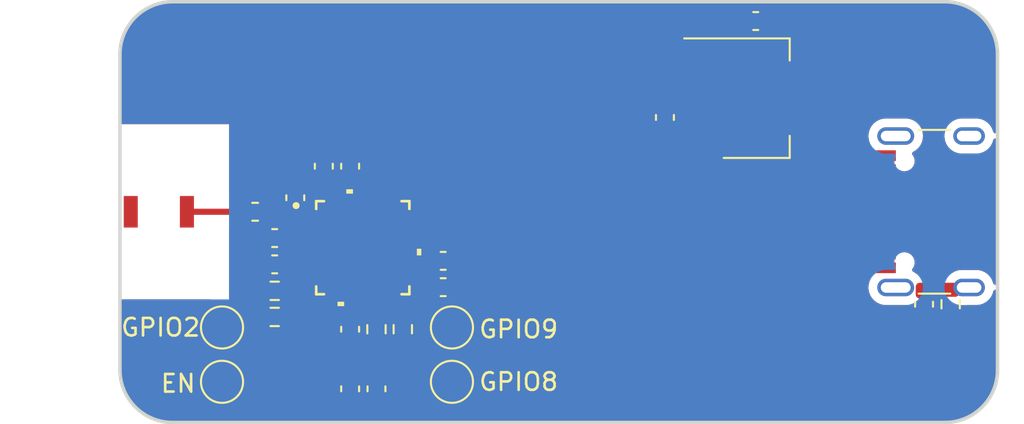
<source format=kicad_pcb>
(kicad_pcb (version 20221018) (generator pcbnew)
  (layers (0 "F.Cu" signal) (31 "B.Cu" signal) (34 "B.Paste" user) (35 "F.Paste" user) (36 "B.SilkS" user "B.Silkscreen") (37 "F.SilkS" user "F.Silkscreen") (38 "B.Mask" user) (39 "F.Mask" user) (44 "Edge.Cuts" user))
  (net 0 "")
  (net 1 "+3V3")
  (net 6 "VBUS")
  (net 7 "GND")
  (net 14 "unconnected-(U1-MTDO-Pad13)")
  (net 15 "/USB_D-")
  (net 16 "/USB_D+")
  (net 18 "/GPIO9")
  (net 19 "/GPIO2")
  (net 30 "/EN")
  (net 31 "/RF")
  (net 32 "/ANT")
  (net 33 "/SHIELD")
  (net 34 "/GPIO8")
  (footprint "TestPoint:TestPoint_Pad_D2.0mm" (layer "F.Cu") (at 124.815 88.58)
    (fp_text reference "TP4" hide)
    (fp_text value "GPIO2" (at -3.5 0 180) (layer "F.SilkS"))
    (fp_circle (center 0 0) (end 0 1.2) (stroke (width 0.12)) (fill none) (layer "F.SilkS"))
    (pad "1" smd circle (at 0 0) (size 2 2) (layers "F.Cu" "F.Mask") (net 19 "/GPIO2"))
  )
  (footprint "Resistor_SMD:R_0603_1608Metric" (layer "F.Cu") (at 127.815 87.98)
    (fp_text reference "R4" hide)
    (fp_text value "10k" hide)
    (fp_line (start -0.237258 -0.5225) (end 0.237258 -0.5225) (stroke (width 0.12)) (layer "F.SilkS"))
    (fp_line (start -0.237258 0.5225) (end 0.237258 0.5225) (stroke (width 0.12)) (layer "F.SilkS"))
    (pad "1" smd roundrect (at -0.825 0) (size 0.8 0.95) (layers "F.Cu" "F.Paste" "F.Mask") (net 1 "+3V3"))
    (pad "2" smd roundrect (at 0.825 0) (size 0.8 0.95) (layers "F.Cu" "F.Paste" "F.Mask") (net 30 "/EN"))
  )
  (footprint "Capacitor_SMD:C_0603_1608Metric" (layer "F.Cu") (at 127.815 84.98 180)
    (fp_text reference "C2" hide)
    (fp_text value "100n" hide)
    (fp_line (start -0.14058 -0.51) (end 0.14058 -0.51) (stroke (width 0.12)) (layer "F.SilkS"))
    (fp_line (start -0.14058 0.51) (end 0.14058 0.51) (stroke (width 0.12)) (layer "F.SilkS"))
    (pad "1" smd roundrect (at -0.775 0 180) (size 0.9 0.95) (layers "F.Cu" "F.Paste" "F.Mask") (net 1 "+3V3"))
    (pad "2" smd roundrect (at 0.775 0 180) (size 0.9 0.95) (layers "F.Cu" "F.Paste" "F.Mask") (net 7 "GND"))
  )
  (footprint "Capacitor_SMD:C_0603_1608Metric" (layer "F.Cu") (at 130.615 79.38 90)
    (fp_text reference "C5" hide)
    (fp_text value "100n" hide)
    (fp_line (start -0.14058 -0.51) (end 0.14058 -0.51) (stroke (width 0.12)) (layer "F.SilkS"))
    (fp_line (start -0.14058 0.51) (end 0.14058 0.51) (stroke (width 0.12)) (layer "F.SilkS"))
    (pad "1" smd roundrect (at -0.775 0 90) (size 0.9 0.95) (layers "F.Cu" "F.Paste" "F.Mask") (net 1 "+3V3"))
    (pad "2" smd roundrect (at 0.775 0 90) (size 0.9 0.95) (layers "F.Cu" "F.Paste" "F.Mask") (net 7 "GND"))
  )
  (footprint "TestPoint:TestPoint_Pad_D2.0mm" (layer "F.Cu") (at 137.915 88.58)
    (fp_text reference "TP2" hide)
    (fp_text value "GPIO9" (at 3.8 0.1) (layer "F.SilkS"))
    (fp_circle (center 0 0) (end 0 1.2) (stroke (width 0.12)) (fill none) (layer "F.SilkS"))
    (pad "1" smd circle (at 0 0) (size 2 2) (layers "F.Cu" "F.Mask") (net 18 "/GPIO9"))
  )
  (footprint "Capacitor_SMD:C_0603_1608Metric" (layer "F.Cu") (at 132.115 92.08 -90)
    (fp_text reference "C8" hide)
    (fp_text value "1u" hide)
    (fp_line (start -0.14058 -0.51) (end 0.14058 -0.51) (stroke (width 0.12)) (layer "F.SilkS"))
    (fp_line (start -0.14058 0.51) (end 0.14058 0.51) (stroke (width 0.12)) (layer "F.SilkS"))
    (pad "1" smd roundrect (at -0.775 0 270) (size 0.9 0.95) (layers "F.Cu" "F.Paste" "F.Mask") (net 1 "+3V3"))
    (pad "2" smd roundrect (at 0.775 0 270) (size 0.9 0.95) (layers "F.Cu" "F.Paste" "F.Mask") (net 7 "GND"))
  )
  (footprint "Capacitor_SMD:C_0603_1608Metric" (layer "F.Cu") (at 132.115 88.68 -90)
    (fp_text reference "C4" hide)
    (fp_text value "100n" hide)
    (fp_line (start -0.14058 -0.51) (end 0.14058 -0.51) (stroke (width 0.12)) (layer "F.SilkS"))
    (fp_line (start -0.14058 0.51) (end 0.14058 0.51) (stroke (width 0.12)) (layer "F.SilkS"))
    (pad "1" smd roundrect (at -0.775 0 270) (size 0.9 0.95) (layers "F.Cu" "F.Paste" "F.Mask") (net 1 "+3V3"))
    (pad "2" smd roundrect (at 0.775 0 270) (size 0.9 0.95) (layers "F.Cu" "F.Paste" "F.Mask") (net 7 "GND"))
  )
  (footprint "Capacitor_SMD:C_0603_1608Metric" (layer "F.Cu") (at 133.615 92.08 -90)
    (fp_text reference "C9" hide)
    (fp_text value "4u7" hide)
    (fp_line (start -0.14058 -0.51) (end 0.14058 -0.51) (stroke (width 0.12)) (layer "F.SilkS"))
    (fp_line (start -0.14058 0.51) (end 0.14058 0.51) (stroke (width 0.12)) (layer "F.SilkS"))
    (pad "1" smd roundrect (at -0.775 0 270) (size 0.9 0.95) (layers "F.Cu" "F.Paste" "F.Mask") (net 1 "+3V3"))
    (pad "2" smd roundrect (at 0.775 0 270) (size 0.9 0.95) (layers "F.Cu" "F.Paste" "F.Mask") (net 7 "GND"))
  )
  (footprint "Capacitor_SMD:C_0603_1608Metric" (layer "F.Cu") (at 128.99 81.18 90)
    (fp_text reference "C1" hide)
    (fp_text value "C" hide)
    (fp_line (start -0.14058 -0.51) (end 0.14058 -0.51) (stroke (width 0.12)) (layer "F.SilkS"))
    (fp_line (start -0.14058 0.51) (end 0.14058 0.51) (stroke (width 0.12)) (layer "F.SilkS"))
    (pad "1" smd roundrect (at -0.775 0 90) (size 0.9 0.95) (layers "F.Cu" "F.Paste" "F.Mask") (net 32 "/ANT"))
    (pad "2" smd roundrect (at 0.775 0 90) (size 0.9 0.95) (layers "F.Cu" "F.Paste" "F.Mask") (net 7 "GND"))
  )
  (footprint "Inductor_SMD:L_0603_1608Metric" (layer "F.Cu") (at 126.7025 81.98)
    (fp_text reference "L1" hide)
    (fp_text value "L" hide)
    (fp_line (start -0.162779 -0.51) (end 0.162779 -0.51) (stroke (width 0.12)) (layer "F.SilkS"))
    (fp_line (start -0.162779 0.51) (end 0.162779 0.51) (stroke (width 0.12)) (layer "F.SilkS"))
    (pad "1" smd roundrect (at -0.7875 0) (size 0.875 0.95) (layers "F.Cu" "F.Paste" "F.Mask") (net 31 "/RF"))
    (pad "2" smd roundrect (at 0.7875 0) (size 0.875 0.95) (layers "F.Cu" "F.Paste" "F.Mask") (net 32 "/ANT"))
  )
  (footprint "Capacitor_SMD:C_0603_1608Metric" (layer "F.Cu") (at 132.115 79.38 90)
    (fp_text reference "C6" hide)
    (fp_text value "100n" hide)
    (fp_line (start -0.14058 -0.51) (end 0.14058 -0.51) (stroke (width 0.12)) (layer "F.SilkS"))
    (fp_line (start -0.14058 0.51) (end 0.14058 0.51) (stroke (width 0.12)) (layer "F.SilkS"))
    (pad "1" smd roundrect (at -0.775 0 90) (size 0.9 0.95) (layers "F.Cu" "F.Paste" "F.Mask") (net 1 "+3V3"))
    (pad "2" smd roundrect (at 0.775 0 90) (size 0.9 0.95) (layers "F.Cu" "F.Paste" "F.Mask") (net 7 "GND"))
  )
  (footprint "TestPoint:TestPoint_Pad_D2.0mm" (layer "F.Cu") (at 137.915 91.68)
    (fp_text reference "TP3" hide)
    (fp_text value "GPIO8" (at 3.8 0) (layer "F.SilkS"))
    (fp_circle (center 0 0) (end 0 1.2) (stroke (width 0.12)) (fill none) (layer "F.SilkS"))
    (pad "1" smd circle (at 0 0) (size 2 2) (layers "F.Cu" "F.Mask") (net 34 "/GPIO8"))
  )
  (footprint "Connector_USB:USB_C_Receptacle_GCT_USB4105-xx-A_16P_TopMnt_Horizontal" (layer "F.Cu") (at 166.305 81.98 90)
    (fp_text reference "J1" hide)
    (fp_text value "USB_C_Receptacle_USB2.0" hide)
    (fp_line (start -4.67 0) (end -4.67 -1.8) (stroke (width 0.12)) (layer "F.SilkS"))
    (fp_line (start 4.67 0) (end 4.67 -1.8) (stroke (width 0.12)) (layer "F.SilkS"))
    (pad "" np_thru_hole circle locked (at -2.89 -2.605 90) (size 0.65 0.65) (drill 0.65) (layers "F&B.Cu" "*.Mask"))
    (pad "" np_thru_hole circle locked (at 2.89 -2.605 90) (size 0.65 0.65) (drill 0.65) (layers "F&B.Cu" "*.Mask"))
    (pad "A1" smd rect locked (at -3.2 -3.68 90) (size 0.6 1.15) (layers "F.Cu" "F.Paste" "F.Mask") (net 7 "GND"))
    (pad "A4" smd rect locked (at -2.4 -3.68 90) (size 0.6 1.15) (layers "F.Cu" "F.Paste" "F.Mask") (net 6 "VBUS"))
    (pad "A5" smd rect locked (at -1.25 -3.68 90) (size 0.3 1.15) (layers "F.Cu" "F.Paste" "F.Mask"))
    (pad "A6" smd rect locked (at -0.25 -3.68 90) (size 0.3 1.15) (layers "F.Cu" "F.Paste" "F.Mask") (net 15 "/USB_D-"))
    (pad "A7" smd rect locked (at 0.25 -3.68 90) (size 0.3 1.15) (layers "F.Cu" "F.Paste" "F.Mask") (net 16 "/USB_D+"))
    (pad "A8" smd rect locked (at 1.25 -3.68 90) (size 0.3 1.15) (layers "F.Cu" "F.Paste" "F.Mask"))
    (pad "A9" smd rect locked (at 2.4 -3.68 90) (size 0.6 1.15) (layers "F.Cu" "F.Paste" "F.Mask") (net 6 "VBUS"))
    (pad "A12" smd rect locked (at 3.2 -3.68 90) (size 0.6 1.15) (layers "F.Cu" "F.Paste" "F.Mask") (net 7 "GND"))
    (pad "B1" smd rect locked (at 3.2 -3.68 90) (size 0.6 1.15) (layers "F.Cu" "F.Paste" "F.Mask") (net 7 "GND"))
    (pad "B4" smd rect locked (at 2.4 -3.68 90) (size 0.6 1.15) (layers "F.Cu" "F.Paste" "F.Mask") (net 6 "VBUS"))
    (pad "B5" smd rect locked (at 1.75 -3.68 90) (size 0.3 1.15) (layers "F.Cu" "F.Paste" "F.Mask"))
    (pad "B6" smd rect locked (at 0.75 -3.68 90) (size 0.3 1.15) (layers "F.Cu" "F.Paste" "F.Mask") (net 15 "/USB_D-"))
    (pad "B7" smd rect locked (at -0.75 -3.68 90) (size 0.3 1.15) (layers "F.Cu" "F.Paste" "F.Mask") (net 16 "/USB_D+"))
    (pad "B8" smd rect locked (at -1.75 -3.68 90) (size 0.3 1.15) (layers "F.Cu" "F.Paste" "F.Mask"))
    (pad "B9" smd rect locked (at -2.4 -3.68 90) (size 0.6 1.15) (layers "F.Cu" "F.Paste" "F.Mask") (net 6 "VBUS"))
    (pad "B12" smd rect locked (at -3.2 -3.68 90) (size 0.6 1.15) (layers "F.Cu" "F.Paste" "F.Mask") (net 7 "GND"))
    (pad "S1" thru_hole oval locked (at -4.32 -3.105 90) (size 1 2.1) (drill oval 0.6 1.7) (layers "*.Cu" "*.Mask" "F.Paste") (net 33 "/SHIELD"))
    (pad "S1" thru_hole oval locked (at -4.32 1.075 90) (size 1 1.8) (drill oval 0.6 1.4) (layers "*.Cu" "*.Mask" "F.Paste") (net 33 "/SHIELD"))
    (pad "S1" thru_hole oval locked (at 4.32 -3.105 90) (size 1 2.1) (drill oval 0.6 1.7) (layers "*.Cu" "*.Mask" "F.Paste") (net 33 "/SHIELD"))
    (pad "S1" thru_hole oval locked (at 4.32 1.075 90) (size 1 1.8) (drill oval 0.6 1.4) (layers "*.Cu" "*.Mask" "F.Paste") (net 33 "/SHIELD"))
  )
  (footprint "Capacitor_SMD:C_0603_1608Metric" (layer "F.Cu") (at 164.815 87.254 -90)
    (fp_text reference "C11" hide)
    (fp_text value "C" hide)
    (fp_line (start -0.14058 -0.51) (end 0.14058 -0.51) (stroke (width 0.12)) (layer "F.SilkS"))
    (fp_line (start -0.14058 0.51) (end 0.14058 0.51) (stroke (width 0.12)) (layer "F.SilkS"))
    (pad "1" smd roundrect (at -0.775 0 270) (size 0.9 0.95) (layers "F.Cu" "F.Paste" "F.Mask") (net 33 "/SHIELD"))
    (pad "2" smd roundrect (at 0.775 0 270) (size 0.9 0.95) (layers "F.Cu" "F.Paste" "F.Mask") (net 7 "GND"))
  )
  (footprint "Resistor_SMD:R_0603_1608Metric" (layer "F.Cu") (at 135.115 88.68 90)
    (fp_text reference "R5" hide)
    (fp_text value "10k" hide)
    (fp_line (start -0.237258 -0.5225) (end 0.237258 -0.5225) (stroke (width 0.12)) (layer "F.SilkS"))
    (fp_line (start -0.237258 0.5225) (end 0.237258 0.5225) (stroke (width 0.12)) (layer "F.SilkS"))
    (pad "1" smd roundrect (at -0.825 0 90) (size 0.8 0.95) (layers "F.Cu" "F.Paste" "F.Mask") (net 1 "+3V3"))
    (pad "2" smd roundrect (at 0.825 0 90) (size 0.8 0.95) (layers "F.Cu" "F.Paste" "F.Mask") (net 18 "/GPIO9"))
  )
  (footprint "Capacitor_SMD:C_0603_1608Metric" (layer "F.Cu") (at 137.415 86.28)
    (fp_text reference "C3" hide)
    (fp_text value "100n" hide)
    (fp_line (start -0.14058 -0.51) (end 0.14058 -0.51) (stroke (width 0.12)) (layer "F.SilkS"))
    (fp_line (start -0.14058 0.51) (end 0.14058 0.51) (stroke (width 0.12)) (layer "F.SilkS"))
    (pad "1" smd roundrect (at -0.775 0) (size 0.9 0.95) (layers "F.Cu" "F.Paste" "F.Mask") (net 1 "+3V3"))
    (pad "2" smd roundrect (at 0.775 0) (size 0.9 0.95) (layers "F.Cu" "F.Paste" "F.Mask") (net 7 "GND"))
  )
  (footprint "Resistor_SMD:R_0603_1608Metric" (layer "F.Cu") (at 133.615 88.68 90)
    (fp_text reference "R2" hide)
    (fp_text value "10k" hide)
    (fp_line (start -0.237258 -0.5225) (end 0.237258 -0.5225) (stroke (width 0.12)) (layer "F.SilkS"))
    (fp_line (start -0.237258 0.5225) (end 0.237258 0.5225) (stroke (width 0.12)) (layer "F.SilkS"))
    (pad "1" smd roundrect (at -0.825 0 90) (size 0.8 0.95) (layers "F.Cu" "F.Paste" "F.Mask") (net 1 "+3V3"))
    (pad "2" smd roundrect (at 0.825 0 90) (size 0.8 0.95) (layers "F.Cu" "F.Paste" "F.Mask") (net 34 "/GPIO8"))
  )
  (footprint "Capacitor_SMD:C_0603_1608Metric" (layer "F.Cu") (at 155.225 71.1)
    (fp_text reference "C12" hide)
    (fp_text value "1u" hide)
    (fp_line (start -0.14058 -0.51) (end 0.14058 -0.51) (stroke (width 0.12)) (layer "F.SilkS"))
    (fp_line (start -0.14058 0.51) (end 0.14058 0.51) (stroke (width 0.12)) (layer "F.SilkS"))
    (pad "1" smd roundrect (at -0.775 0) (size 0.9 0.95) (layers "F.Cu" "F.Paste" "F.Mask") (net 6 "VBUS"))
    (pad "2" smd roundrect (at 0.775 0) (size 0.9 0.95) (layers "F.Cu" "F.Paste" "F.Mask") (net 7 "GND"))
  )
  (footprint "Resistor_SMD:R_0603_1608Metric" (layer "F.Cu") (at 127.815 86.49)
    (fp_text reference "R3" hide)
    (fp_text value "10k" hide)
    (fp_line (start -0.237258 -0.5225) (end 0.237258 -0.5225) (stroke (width 0.12)) (layer "F.SilkS"))
    (fp_line (start -0.237258 0.5225) (end 0.237258 0.5225) (stroke (width 0.12)) (layer "F.SilkS"))
    (pad "1" smd roundrect (at -0.825 0) (size 0.8 0.95) (layers "F.Cu" "F.Paste" "F.Mask") (net 1 "+3V3"))
    (pad "2" smd roundrect (at 0.825 0) (size 0.8 0.95) (layers "F.Cu" "F.Paste" "F.Mask") (net 19 "/GPIO2"))
  )
  (footprint "Capacitor_SMD:C_0603_1608Metric" (layer "F.Cu") (at 127.815 83.48 180)
    (fp_text reference "C7" hide)
    (fp_text value "100n" hide)
    (fp_line (start -0.14058 -0.51) (end 0.14058 -0.51) (stroke (width 0.12)) (layer "F.SilkS"))
    (fp_line (start -0.14058 0.51) (end 0.14058 0.51) (stroke (width 0.12)) (layer "F.SilkS"))
    (pad "1" smd roundrect (at -0.775 0 180) (size 0.9 0.95) (layers "F.Cu" "F.Paste" "F.Mask") (net 1 "+3V3"))
    (pad "2" smd roundrect (at 0.775 0 180) (size 0.9 0.95) (layers "F.Cu" "F.Paste" "F.Mask") (net 7 "GND"))
  )
  (footprint "Package_TO_SOT_SMD:SOT-223-3_TabPin2" (layer "F.Cu") (at 155.25 75.5)
    (fp_text reference "U2" hide)
    (fp_text value "LM2937xMP" hide)
    (fp_line (start -4.1 -3.41) (end 1.91 -3.41) (stroke (width 0.12)) (layer "F.SilkS"))
    (fp_line (start -1.85 3.41) (end 1.91 3.41) (stroke (width 0.12)) (layer "F.SilkS"))
    (fp_line (start 1.91 -3.41) (end 1.91 -2.15) (stroke (width 0.12)) (layer "F.SilkS"))
    (fp_line (start 1.91 3.41) (end 1.91 2.15) (stroke (width 0.12)) (layer "F.SilkS"))
    (pad "1" smd rect (at -3.15 -2.3) (size 2 1.5) (layers "F.Cu" "F.Paste" "F.Mask") (net 6 "VBUS"))
    (pad "2" smd rect (at -3.15 0) (size 2 1.5) (layers "F.Cu" "F.Paste" "F.Mask") (net 7 "GND"))
    (pad "2" smd rect (at 3.15 0) (size 2 3.8) (layers "F.Cu" "F.Paste" "F.Mask") (net 7 "GND"))
    (pad "3" smd rect (at -3.15 2.3) (size 2 1.5) (layers "F.Cu" "F.Paste" "F.Mask") (net 1 "+3V3"))
  )
  (footprint "encyclopedia_galactica:QFN32_5X5_EXP" (layer "F.Cu") (at 132.834851 84.0287)
    (fp_text reference "U1" hide)
    (fp_text value "ESP32-C3" hide)
    (fp_line (start -2.6543 -2.6543) (end -2.6543 -2.210139) (stroke (width 0.1524)) (layer "F.SilkS"))
    (fp_line (start -2.6543 2.210139) (end -2.6543 2.6543) (stroke (width 0.1524)) (layer "F.SilkS"))
    (fp_line (start -2.6543 2.6543) (end -2.210139 2.6543) (stroke (width 0.1524)) (layer "F.SilkS"))
    (fp_line (start -2.210139 -2.6543) (end -2.6543 -2.6543) (stroke (width 0.1524)) (layer "F.SilkS"))
    (fp_line (start 2.210139 2.6543) (end 2.6543 2.6543) (stroke (width 0.1524)) (layer "F.SilkS"))
    (fp_line (start 2.6543 -2.6543) (end 2.210139 -2.6543) (stroke (width 0.1524)) (layer "F.SilkS"))
    (fp_line (start 2.6543 -2.210139) (end 2.6543 -2.6543) (stroke (width 0.1524)) (layer "F.SilkS"))
    (fp_line (start 2.6543 2.6543) (end 2.6543 2.210139) (stroke (width 0.1524)) (layer "F.SilkS"))
    (fp_circle (center -3.8 -2.4) (end -3.7 -2.4) (stroke (width 0.2)) (fill none) (layer "F.SilkS"))
    (fp_poly (pts (xy -1.4405 3.081299) (xy -1.4405 3.335299) (xy -1.0595 3.335299) (xy -1.0595 3.081299)) (fill solid) (layer "F.SilkS"))
    (fp_poly (pts (xy -0.940501 -3.081299) (xy -0.940501 -3.335299) (xy -0.559501 -3.335299) (xy -0.559501 -3.081299)) (fill solid) (layer "F.SilkS"))
    (fp_poly (pts (xy 3.335299 0.059499) (xy 3.335299 0.4405) (xy 3.081299 0.4405) (xy 3.081299 0.059499)) (fill solid) (layer "F.SilkS"))
    (pad "1" smd rect (at -2.4487 -1.749999 90) (size 0.2548 0.757199) (layers "F.Cu" "F.Paste" "F.Mask") (net 32 "/ANT"))
    (pad "2" smd rect (at -2.4487 -1.25 90) (size 0.2548 0.757199) (layers "F.Cu" "F.Paste" "F.Mask") (net 1 "+3V3"))
    (pad "3" smd rect (at -2.4487 -0.750001 90) (size 0.2548 0.757199) (layers "F.Cu" "F.Paste" "F.Mask") (net 1 "+3V3"))
    (pad "4" smd rect (at -2.4487 -0.25 90) (size 0.2548 0.757199) (layers "F.Cu" "F.Paste" "F.Mask"))
    (pad "5" smd rect (at -2.4487 0.25 90) (size 0.2548 0.757199) (layers "F.Cu" "F.Paste" "F.Mask"))
    (pad "6" smd rect (at -2.4487 0.750001 90) (size 0.2548 0.757199) (layers "F.Cu" "F.Paste" "F.Mask") (net 19 "/GPIO2"))
    (pad "7" smd rect (at -2.4487 1.25 90) (size 0.2548 0.757199) (layers "F.Cu" "F.Paste" "F.Mask") (net 30 "/EN"))
    (pad "8" smd rect (at -2.4487 1.749999 90) (size 0.2548 0.757199) (layers "F.Cu" "F.Paste" "F.Mask"))
    (pad "9" smd rect (at -1.749999 2.4487) (size 0.2548 0.757199) (layers "F.Cu" "F.Paste" "F.Mask"))
    (pad "10" smd rect (at -1.25 2.4487) (size 0.2548 0.757199) (layers "F.Cu" "F.Paste" "F.Mask"))
    (pad "11" smd rect (at -0.750001 2.4487) (size 0.2548 0.757199) (layers "F.Cu" "F.Paste" "F.Mask") (net 1 "+3V3"))
    (pad "12" smd rect (at -0.25 2.4487) (size 0.2548 0.757199) (layers "F.Cu" "F.Paste" "F.Mask"))
    (pad "13" smd rect (at 0.25 2.4487) (size 0.2548 0.757199) (layers "F.Cu" "F.Paste" "F.Mask") (net 14 "unconnected-(U1-MTDO-Pad13)"))
    (pad "14" smd rect (at 0.750001 2.4487) (size 0.2548 0.757199) (layers "F.Cu" "F.Paste" "F.Mask") (net 34 "/GPIO8"))
    (pad "15" smd rect (at 1.25 2.4487) (size 0.2548 0.757199) (layers "F.Cu" "F.Paste" "F.Mask") (net 18 "/GPIO9"))
    (pad "16" smd rect (at 1.749999 2.4487) (size 0.2548 0.757199) (layers "F.Cu" "F.Paste" "F.Mask"))
    (pad "17" smd rect (at 2.4487 1.749999 90) (size 0.2548 0.757199) (layers "F.Cu" "F.Paste" "F.Mask") (net 1 "+3V3"))
    (pad "18" smd rect (at 2.4487 1.25 90) (size 0.2548 0.757199) (layers "F.Cu" "F.Paste" "F.Mask") (net 1 "+3V3"))
    (pad "19" smd rect (at 2.4487 0.750001 90) (size 0.2548 0.757199) (layers "F.Cu" "F.Paste" "F.Mask"))
    (pad "20" smd rect (at 2.4487 0.25 90) (size 0.2548 0.757199) (layers "F.Cu" "F.Paste" "F.Mask"))
    (pad "21" smd rect (at 2.4487 -0.25 90) (size 0.2548 0.757199) (layers "F.Cu" "F.Paste" "F.Mask"))
    (pad "22" smd rect (at 2.4487 -0.750001 90) (size 0.2548 0.757199) (layers "F.Cu" "F.Paste" "F.Mask"))
    (pad "23" smd rect (at 2.4487 -1.25 90) (size 0.2548 0.757199) (layers "F.Cu" "F.Paste" "F.Mask"))
    (pad "24" smd rect (at 2.4487 -1.749999 90) (size 0.2548 0.757199) (layers "F.Cu" "F.Paste" "F.Mask"))
    (pad "25" smd rect (at 1.749999 -2.4487) (size 0.2548 0.757199) (layers "F.Cu" "F.Paste" "F.Mask") (net 15 "/USB_D-"))
    (pad "26" smd rect (at 1.25 -2.4487) (size 0.2548 0.757199) (layers "F.Cu" "F.Paste" "F.Mask") (net 16 "/USB_D+"))
    (pad "27" smd rect (at 0.750001 -2.4487) (size 0.2548 0.757199) (layers "F.Cu" "F.Paste" "F.Mask"))
    (pad "28" smd rect (at 0.25 -2.4487) (size 0.2548 0.757199) (layers "F.Cu" "F.Paste" "F.Mask"))
    (pad "29" smd rect (at -0.25 -2.4487) (size 0.2548 0.757199) (layers "F.Cu" "F.Paste" "F.Mask"))
    (pad "30" smd rect (at -0.750001 -2.4487) (size 0.2548 0.757199) (layers "F.Cu" "F.Paste" "F.Mask"))
    (pad "31" smd rect (at -1.25 -2.4487) (size 0.2548 0.757199) (layers "F.Cu" "F.Paste" "F.Mask") (net 1 "+3V3"))
    (pad "32" smd rect (at -1.749999 -2.4487) (size 0.2548 0.757199) (layers "F.Cu" "F.Paste" "F.Mask") (net 1 "+3V3"))
    (pad "33" smd rect (at 0 0) (size 3.7592 3.7592) (layers "F.Cu" "F.Mask") (net 7 "GND"))
  )
  (footprint "TestPoint:TestPoint_Pad_D2.0mm" (layer "F.Cu") (at 124.815 91.68)
    (fp_text reference "TP1" hide)
    (fp_text value "EN" (at -2.5 0.1) (layer "F.SilkS"))
    (fp_circle (center 0 0) (end 0 1.2) (stroke (width 0.12)) (fill none) (layer "F.SilkS"))
    (pad "1" smd circle (at 0 0) (size 2 2) (layers "F.Cu" "F.Mask") (net 30 "/EN"))
  )
  (footprint "Capacitor_SMD:C_0603_1608Metric" (layer "F.Cu") (at 150.05 76.6 90)
    (fp_text reference "C13" hide)
    (fp_text value "1u" hide)
    (fp_line (start -0.14058 -0.51) (end 0.14058 -0.51) (stroke (width 0.12)) (layer "F.SilkS"))
    (fp_line (start -0.14058 0.51) (end 0.14058 0.51) (stroke (width 0.12)) (layer "F.SilkS"))
    (pad "1" smd roundrect (at -0.775 0 90) (size 0.9 0.95) (layers "F.Cu" "F.Paste" "F.Mask") (net 1 "+3V3"))
    (pad "2" smd roundrect (at 0.775 0 90) (size 0.9 0.95) (layers "F.Cu" "F.Paste" "F.Mask") (net 7 "GND"))
  )
  (footprint "Capacitor_SMD:C_0603_1608Metric" (layer "F.Cu") (at 137.415 84.78)
    (fp_text reference "C10" hide)
    (fp_text value "100n" hide)
    (fp_line (start -0.14058 -0.51) (end 0.14058 -0.51) (stroke (width 0.12)) (layer "F.SilkS"))
    (fp_line (start -0.14058 0.51) (end 0.14058 0.51) (stroke (width 0.12)) (layer "F.SilkS"))
    (pad "1" smd roundrect (at -0.775 0) (size 0.9 0.95) (layers "F.Cu" "F.Paste" "F.Mask") (net 1 "+3V3"))
    (pad "2" smd roundrect (at 0.775 0) (size 0.9 0.95) (layers "F.Cu" "F.Paste" "F.Mask") (net 7 "GND"))
  )
  (footprint "Resistor_SMD:R_0603_1608Metric" (layer "F.Cu") (at 166.33 87.254 -90)
    (fp_text reference "R1" hide)
    (fp_text value "R" hide)
    (fp_line (start -0.237258 -0.5225) (end 0.237258 -0.5225) (stroke (width 0.12)) (layer "F.SilkS"))
    (fp_line (start -0.237258 0.5225) (end 0.237258 0.5225) (stroke (width 0.12)) (layer "F.SilkS"))
    (pad "1" smd roundrect (at -0.825 0 270) (size 0.8 0.95) (layers "F.Cu" "F.Paste" "F.Mask") (net 33 "/SHIELD"))
    (pad "2" smd roundrect (at 0.825 0 270) (size 0.8 0.95) (layers "F.Cu" "F.Paste" "F.Mask") (net 7 "GND"))
  )
  (footprint "encyclopedia_galactica:2108838-1" (layer "F.Cu") (at 118.715 81.98)
    (fp_text reference "AE1" hide)
    (fp_text value "2108838-1" hide)
    (pad "1" smd rect locked (at 4.1 0) (size 0.8 1.8) (layers "F.Cu" "F.Paste" "F.Mask") (net 31 "/RF"))
    (pad "2" smd rect locked (at 0.9 0) (size 0.8 1.8) (layers "F.Cu" "F.Paste" "F.Mask"))
    (zone (net 0) (net_name "") (layers "*.Cu") (connect_pads (clearance 0)) (min_thickness 0.25)
      (keepout (tracks allowed) (vias not_allowed) (pads allowed) (copperpour not_allowed) (footprints not_allowed))
      (fill (thermal_gap 0.5) (thermal_bridge_width 0.5))
      (polygon (pts (xy 112.215 76.98) (xy 112.215 86.98) (xy 125.215 86.98) (xy 125.215 76.98)))
    )
  )
  (gr_line locked (start 122.000001 94) (end 166.000001 94) (stroke (width 0.2)) (layer "Edge.Cuts"))
  (gr_arc locked (start 169.000002 91.000001) (mid 168.121315 93.121308) (end 166.000002 94.000001) (stroke (width 0.2)) (layer "Edge.Cuts"))
  (gr_line locked (start 119.000001 72.999999) (end 119 91) (stroke (width 0.2)) (layer "Edge.Cuts"))
  (gr_arc locked (start 166.000002 69.999999) (mid 168.121315 70.87868) (end 169.000002 72.999999) (stroke (width 0.2)) (layer "Edge.Cuts"))
  (gr_arc locked (start 122 94.000001) (mid 119.878673 93.121322) (end 119 91.000001) (stroke (width 0.2)) (layer "Edge.Cuts"))
  (gr_line locked (start 169.000002 72.999999) (end 169.000001 91) (stroke (width 0.2)) (layer "Edge.Cuts"))
  (gr_arc locked (start 119.000001 73) (mid 119.878674 70.878667) (end 122.000001 70) (stroke (width 0.2)) (layer "Edge.Cuts"))
  (gr_line locked (start 122.000001 70) (end 166.000001 70) (stroke (width 0.2)) (layer "Edge.Cuts"))
  (segment (start 128.59 83.48) (end 129.14 83.48) (width 0.25) (layer "F.Cu") (net 1))
  (segment (start 129.8413 82.7787) (end 130.386151 82.7787) (width 0.25) (layer "F.Cu") (net 1))
  (segment (start 128.59 84.98) (end 128.59 84.564852) (width 0.25) (layer "F.Cu") (net 1))
  (segment (start 135.283551 85.2787) (end 136.1413 85.2787) (width 0.25) (layer "F.Cu") (net 1))
  (segment (start 131.584851 80.685149) (end 132.115 80.155) (width 0.25) (layer "F.Cu") (net 1))
  (segment (start 131.584851 81.58) (end 131.584851 80.685149) (width 0.25) (layer "F.Cu") (net 1))
  (segment (start 129.876153 83.278699) (end 130.386151 83.278699) (width 0.25) (layer "F.Cu") (net 1))
  (segment (start 128.59 84.564852) (end 129.876153 83.278699) (width 0.25) (layer "F.Cu") (net 1))
  (segment (start 132.08485 86.4774) (end 132.08485 87.87485) (width 0.25) (layer "F.Cu") (net 1))
  (segment (start 129.14 83.48) (end 129.8413 82.7787) (width 0.25) (layer "F.Cu") (net 1))
  (segment (start 135.283551 85.778699) (end 136.138699 85.778699) (width 0.25) (layer "F.Cu") (net 1))
  (segment (start 136.1413 85.2787) (end 136.64 84.78) (width 0.25) (layer "F.Cu") (net 1))
  (segment (start 131.084852 80.624852) (end 130.615 80.155) (width 0.25) (layer "F.Cu") (net 1))
  (segment (start 132.08485 87.87485) (end 132.115 87.905) (width 0.25) (layer "F.Cu") (net 1))
  (segment (start 131.084852 81.58) (end 131.084852 80.624852) (width 0.25) (layer "F.Cu") (net 1))
  (segment (start 136.138699 85.778699) (end 136.64 86.28) (width 0.25) (layer "F.Cu") (net 1))
  (segment (start 162.175 82.205) (end 161.8868 82.205) (width 0.2) (layer "F.Cu") (net 15))
  (segment (start 162.625 82.23) (end 162.2 82.23) (width 0.2) (layer "F.Cu") (net 15))
  (segment (start 161.8868 82.205) (end 160.6818 81) (width 0.2) (layer "F.Cu") (net 15))
  (segment (start 134.6 81.56485) (end 134.58485 81.58) (width 0.2) (layer "F.Cu") (net 15))
  (segment (start 134.768099 81) (end 134.6 81.168099) (width 0.2) (layer "F.Cu") (net 15))
  (segment (start 160.6818 81) (end 134.768099 81) (width 0.2) (layer "F.Cu") (net 15))
  (segment (start 134.6 81.168099) (end 134.6 81.56485) (width 0.2) (layer "F.Cu") (net 15))
  (segment (start 162.2 82.23) (end 162.175 82.205) (width 0.2) (layer "F.Cu") (net 15))
  (segment (start 162.625 81.73) (end 162.2 81.73) (width 0.2) (layer "F.Cu") (net 16))
  (segment (start 160.9182 80.6) (end 134.531699 80.6) (width 0.2) (layer "F.Cu") (net 16))
  (segment (start 134.084851 81.046848) (end 134.084851 81.58) (width 0.2) (layer "F.Cu") (net 16))
  (segment (start 134.531699 80.6) (end 134.084851 81.046848) (width 0.2) (layer "F.Cu") (net 16))
  (segment (start 162.0732 81.755) (end 160.9182 80.6) (width 0.2) (layer "F.Cu") (net 16))
  (segment (start 162.2 81.73) (end 162.175 81.755) (width 0.2) (layer "F.Cu") (net 16))
  (segment (start 162.175 81.755) (end 162.0732 81.755) (width 0.2) (layer "F.Cu") (net 16))
  (segment (start 134.833852 87.855) (end 135.115 87.855) (width 0.25) (layer "F.Cu") (net 18))
  (segment (start 134.084851 87.105999) (end 134.833852 87.855) (width 0.25) (layer "F.Cu") (net 18))
  (segment (start 135.84 88.58) (end 137.915 88.58) (width 0.25) (layer "F.Cu") (net 18))
  (segment (start 134.084851 86.4774) (end 134.084851 87.105999) (width 0.25) (layer "F.Cu") (net 18))
  (segment (start 135.115 87.855) (end 135.84 88.58) (width 0.25) (layer "F.Cu") (net 18))
  (segment (start 128.64 86.49) (end 127.913 87.217) (width 0.25) (layer "F.Cu") (net 19))
  (segment (start 127.913 87.217) (end 126.178 87.217) (width 0.25) (layer "F.Cu") (net 19))
  (segment (start 129.338 85.198253) (end 129.757552 84.778701) (width 0.25) (layer "F.Cu") (net 19))
  (segment (start 129.338 85.782) (end 129.338 85.198253) (width 0.25) (layer "F.Cu") (net 19))
  (segment (start 128.64 86.48) (end 129.338 85.782) (width 0.25) (layer "F.Cu") (net 19))
  (segment (start 129.757552 84.778701) (end 130.386151 84.778701) (width 0.25) (layer "F.Cu") (net 19))
  (segment (start 126.178 87.217) (end 124.815 88.58) (width 0.25) (layer "F.Cu") (net 19))
  (segment (start 128.515 87.98) (end 124.815 91.68) (width 0.25) (layer "F.Cu") (net 30))
  (segment (start 128.64 87.98) (end 128.515 87.98) (width 0.25) (layer "F.Cu") (net 30))
  (segment (start 129.715 86.905) (end 128.64 87.98) (width 0.25) (layer "F.Cu") (net 30))
  (segment (start 129.715 85.439851) (end 129.715 86.905) (width 0.25) (layer "F.Cu") (net 30))
  (segment (start 130.386151 85.2787) (end 129.876151 85.2787) (width 0.25) (layer "F.Cu") (net 30))
  (segment (start 129.876151 85.2787) (end 129.715 85.439851) (width 0.25) (layer "F.Cu") (net 30))
  (segment (start 125.915 81.98) (end 122.815 81.98) (width 0.35) (layer "F.Cu") (net 31))
  (segment (start 128.965 81.98) (end 128.99 81.955) (width 0.35) (layer "F.Cu") (net 32))
  (segment (start 127.49 81.98) (end 128.965 81.98) (width 0.35) (layer "F.Cu") (net 32))
  (segment (start 130.06245 81.955) (end 130.386151 82.278701) (width 0.35) (layer "F.Cu") (net 32))
  (segment (start 128.99 81.955) (end 130.06245 81.955) (width 0.35) (layer "F.Cu") (net 32))
  (segment (start 134.342 89.846225) (end 136.175775 91.68) (width 0.25) (layer "F.Cu") (net 34))
  (segment (start 134.342 88.582) (end 134.342 89.846225) (width 0.25) (layer "F.Cu") (net 34))
  (segment (start 133.584852 86.4774) (end 133.584852 87.824852) (width 0.25) (layer "F.Cu") (net 34))
  (segment (start 136.175775 91.68) (end 137.915 91.68) (width 0.25) (layer "F.Cu") (net 34))
  (segment (start 133.615 87.855) (end 134.342 88.582) (width 0.25) (layer "F.Cu") (net 34))
  (segment (start 133.584852 87.824852) (end 133.615 87.855) (width 0.25) (layer "F.Cu") (net 34))
  (zone (net 14) (net_name "unconnected-(U1-MTDO-Pad13)") (layer "F.Cu") (connect_pads (clearance 0.5)) (min_thickness 0.25) (fill yes (thermal_gap 0.5) (thermal_bridge_width 0.5))
    (polygon (pts (xy 118.999818 69.9882) (xy 168.999818 70.0882) (xy 168.999818 93.9882) (xy 118.999818 93.9882)))
  )
  (zone (net 7) (net_name "GND") (layer "B.Cu") (connect_pads (clearance 0.5)) (min_thickness 0.25) (fill yes (thermal_gap 0.5) (thermal_bridge_width 0.5))
    (polygon (pts (xy 118.999818 69.9882) (xy 168.999818 70.0882) (xy 168.999818 93.9882) (xy 118.999818 93.9882)))
  )
)
</source>
